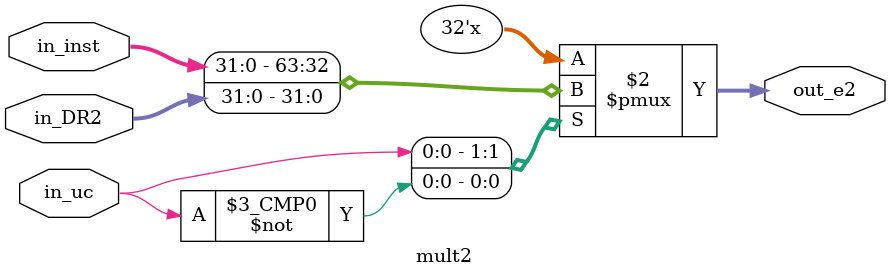
<source format=v>
module mult2(
input in_uc,
input [31:0] in_DR2, in_inst,
output reg [31:0] out_e2
);
always@(*)
begin 
	case (in_uc)
		1'b1:
			begin
				out_e2=in_inst;
			end
		1'b0:
			begin
				out_e2=in_DR2;
			end
		endcase
	end

endmodule 
</source>
